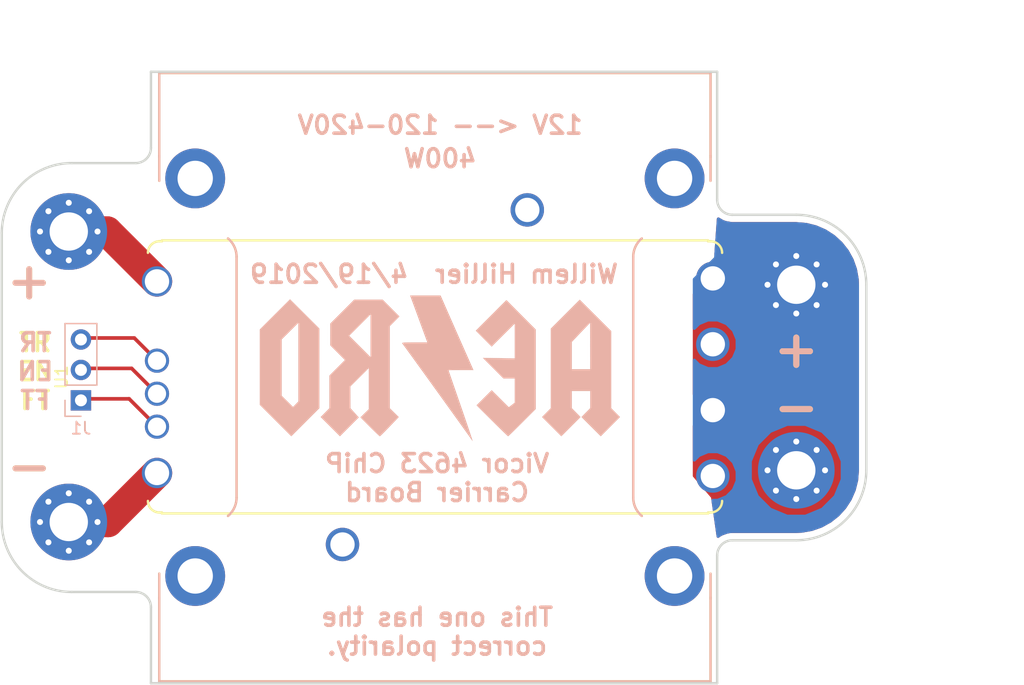
<source format=kicad_pcb>
(kicad_pcb (version 20171130) (host pcbnew 5.1.5-52549c5~84~ubuntu18.04.1)

  (general
    (thickness 1.6)
    (drawings 35)
    (tracks 10)
    (zones 0)
    (modules 7)
    (nets 8)
  )

  (page USLetter)
  (title_block
    (title "Vicor Socket")
    (date 4/20/2019)
    (rev A02.1)
    (company "UVM AERO")
    (comment 1 "Layout: Willem Hiller")
    (comment 2 "Schematic: Willem Hiller")
  )

  (layers
    (0 F.Cu signal)
    (31 B.Cu signal)
    (32 B.Adhes user)
    (33 F.Adhes user)
    (34 B.Paste user)
    (35 F.Paste user)
    (36 B.SilkS user)
    (37 F.SilkS user)
    (38 B.Mask user)
    (39 F.Mask user)
    (40 Dwgs.User user)
    (41 Cmts.User user)
    (42 Eco1.User user)
    (43 Eco2.User user)
    (44 Edge.Cuts user)
    (45 Margin user)
    (46 B.CrtYd user)
    (47 F.CrtYd user)
    (48 B.Fab user)
    (49 F.Fab user)
  )

  (setup
    (last_trace_width 0.3048)
    (trace_clearance 0.2032)
    (zone_clearance 0.508)
    (zone_45_only no)
    (trace_min 0.2)
    (via_size 0.8)
    (via_drill 0.4)
    (via_min_size 0.4)
    (via_min_drill 0.3)
    (uvia_size 0.3)
    (uvia_drill 0.1)
    (uvias_allowed no)
    (uvia_min_size 0.2)
    (uvia_min_drill 0.1)
    (edge_width 0.2)
    (segment_width 0.2)
    (pcb_text_width 0.3)
    (pcb_text_size 1.5 1.5)
    (mod_edge_width 0.15)
    (mod_text_size 1 1)
    (mod_text_width 0.15)
    (pad_size 6.4 6.4)
    (pad_drill 3.2)
    (pad_to_mask_clearance 0.2)
    (solder_mask_min_width 0.25)
    (aux_axis_origin 148.336 137.541)
    (grid_origin 148.336 137.541)
    (visible_elements 7FFFFFFF)
    (pcbplotparams
      (layerselection 0x300f0_ffffffff)
      (usegerberextensions true)
      (usegerberattributes false)
      (usegerberadvancedattributes false)
      (creategerberjobfile true)
      (excludeedgelayer true)
      (linewidth 0.100000)
      (plotframeref true)
      (viasonmask false)
      (mode 1)
      (useauxorigin true)
      (hpglpennumber 1)
      (hpglpenspeed 20)
      (hpglpendiameter 15.000000)
      (psnegative false)
      (psa4output false)
      (plotreference true)
      (plotvalue true)
      (plotinvisibletext false)
      (padsonsilk false)
      (subtractmaskfromsilk false)
      (outputformat 1)
      (mirror false)
      (drillshape 0)
      (scaleselection 1)
      (outputdirectory "gerbers/"))
  )

  (net 0 "")
  (net 1 "Net-(J1-Pad1)")
  (net 2 "Net-(J1-Pad2)")
  (net 3 "Net-(J1-Pad3)")
  (net 4 "Net-(J2-Pad1)")
  (net 5 "Net-(J3-Pad1)")
  (net 6 "Net-(J4-Pad1)")
  (net 7 "Net-(J5-Pad1)")

  (net_class Default "This is the default net class."
    (clearance 0.2032)
    (trace_width 0.3048)
    (via_dia 0.8)
    (via_drill 0.4)
    (uvia_dia 0.3)
    (uvia_drill 0.1)
    (add_net "Net-(J1-Pad1)")
    (add_net "Net-(J1-Pad2)")
    (add_net "Net-(J1-Pad3)")
    (add_net "Net-(J4-Pad1)")
    (add_net "Net-(J5-Pad1)")
  )

  (net_class HV ""
    (clearance 3.81)
    (trace_width 2.54)
    (via_dia 0.8)
    (via_drill 0.4)
    (uvia_dia 0.3)
    (uvia_drill 0.1)
    (add_net "Net-(J2-Pad1)")
    (add_net "Net-(J3-Pad1)")
  )

  (module AERO_FOOT:DCM4623TD2J13D0T70_w_landpattern (layer F.Cu) (tedit 5E716C1A) (tstamp 5E717B4E)
    (at 118.181 129.767001)
    (path /5C7EAE2A)
    (fp_text reference U1 (at -31.15 0 90) (layer F.SilkS)
      (effects (font (size 1 1) (thickness 0.15)))
    )
    (fp_text value DCM4623TD2J13D0T70-AEROParts (at -0.05 -2.05) (layer F.Fab)
      (effects (font (size 1 1) (thickness 0.15)))
    )
    (fp_line (start 23 -16.4) (end 23 -18.378) (layer F.SilkS) (width 0.2))
    (fp_line (start 23 -18.505) (end 23 -25.4) (layer F.SilkS) (width 0.2))
    (fp_arc (start -18.55 -10.055192) (end -16.55 -10.055192) (angle -50) (layer F.SilkS) (width 0.2))
    (fp_arc (start -18.55 10.055192) (end -17.264425 11.587281) (angle -50) (layer F.SilkS) (width 0.2))
    (fp_line (start -23 16.4) (end -23 18.378) (layer F.SilkS) (width 0.2))
    (fp_line (start -23 18.378) (end -23 18.505) (layer F.SilkS) (width 0.2))
    (fp_line (start -23 -18.378) (end -23 -16.4) (layer F.SilkS) (width 0.2))
    (fp_line (start -16.55 -10.055192) (end -16.55 10.055192) (layer F.SilkS) (width 0.2))
    (fp_arc (start 18.55 -10.055192) (end 17.264425 -11.587281) (angle -50) (layer F.SilkS) (width 0.2))
    (fp_line (start 23 -18.378) (end 23 -18.505) (layer F.SilkS) (width 0.2))
    (fp_line (start 23 -25.4) (end -23 -25.4) (layer F.SilkS) (width 0.2))
    (fp_line (start 23 18.505) (end 23 18.378) (layer F.SilkS) (width 0.2))
    (fp_line (start -23 18.505) (end -23 25.4) (layer F.SilkS) (width 0.2))
    (fp_line (start -23 25.4) (end 23 25.4) (layer F.SilkS) (width 0.2))
    (fp_arc (start 18.55 10.055192) (end 16.55 10.055192) (angle -50) (layer F.SilkS) (width 0.2))
    (fp_line (start -23 -25.4) (end -23 -18.505) (layer F.SilkS) (width 0.2))
    (fp_line (start 23 18.378) (end 23 16.4) (layer F.SilkS) (width 0.2))
    (fp_line (start 23 25.4) (end 23 18.505) (layer F.SilkS) (width 0.2))
    (fp_line (start -23 -18.505) (end -23 -18.378) (layer F.SilkS) (width 0.2))
    (fp_line (start 16.55 10.055192) (end 16.55 -10.055192) (layer F.SilkS) (width 0.2))
    (fp_line (start 23 -11.35) (end 22.7968 -11.35) (layer F.SilkS) (width 0.2))
    (fp_line (start -22.9814 11.2976) (end -22.7782 11.2976) (layer F.SilkS) (width 0.2))
    (fp_arc (start -22.9814 10.3324) (end -23.9466 10.3324) (angle -90) (layer F.SilkS) (width 0.2))
    (fp_line (start -22.9814 -11.35) (end -22.7782 -11.35) (layer F.SilkS) (width 0.2))
    (fp_arc (start 23 10.3324) (end 23 11.2976) (angle -90) (layer F.SilkS) (width 0.2))
    (fp_line (start 22.7968 -11.4262) (end 22.7968 -11.35) (layer F.SilkS) (width 0.2))
    (fp_line (start 23 11.2976) (end 22.7968 11.2976) (layer F.SilkS) (width 0.2))
    (fp_line (start -22.7782 11.3738) (end 22.7968 11.3738) (layer F.SilkS) (width 0.2))
    (fp_arc (start -22.9814 -10.3848) (end -22.9814 -11.35) (angle -90) (layer F.SilkS) (width 0.2))
    (fp_line (start 22.7968 -11.4262) (end -22.7782 -11.4262) (layer F.SilkS) (width 0.2))
    (fp_line (start 22.7968 11.3738) (end 22.7968 11.2976) (layer F.SilkS) (width 0.2))
    (fp_arc (start 23 -10.3848) (end 23.9652 -10.3848) (angle -90) (layer F.SilkS) (width 0.2))
    (fp_line (start -22.7782 11.2976) (end -22.7782 11.3738) (layer F.SilkS) (width 0.2))
    (fp_line (start -22.7782 -11.4262) (end -22.7782 -11.35) (layer F.SilkS) (width 0.2))
    (fp_line (start -23 25.4) (end 23 25.4) (layer B.SilkS) (width 0.2))
    (fp_line (start 23 -18.378) (end 23 -18.505) (layer B.SilkS) (width 0.2))
    (fp_line (start -23 -18.505) (end -23 -18.378) (layer B.SilkS) (width 0.2))
    (fp_line (start -16.55 -10.055192) (end -16.55 10.055192) (layer B.SilkS) (width 0.2))
    (fp_line (start 23 18.378) (end 23 16.4) (layer B.SilkS) (width 0.2))
    (fp_arc (start -18.55 -10.055192) (end -16.55 -10.055192) (angle -50) (layer B.SilkS) (width 0.2))
    (fp_line (start 23 18.505) (end 23 18.378) (layer B.SilkS) (width 0.2))
    (fp_line (start -23 -25.4) (end -23 -18.505) (layer B.SilkS) (width 0.2))
    (fp_line (start -23 16.4) (end -23 18.378) (layer B.SilkS) (width 0.2))
    (fp_arc (start 18.55 10.055192) (end 16.55 10.055192) (angle -50) (layer B.SilkS) (width 0.2))
    (fp_line (start -23 -18.378) (end -23 -16.4) (layer B.SilkS) (width 0.2))
    (fp_line (start 23 -25.4) (end -23 -25.4) (layer B.SilkS) (width 0.2))
    (fp_arc (start -18.55 10.055192) (end -17.264425 11.587281) (angle -50) (layer B.SilkS) (width 0.2))
    (fp_line (start -23 18.378) (end -23 18.505) (layer B.SilkS) (width 0.2))
    (fp_line (start 23 25.4) (end 23 18.505) (layer B.SilkS) (width 0.2))
    (fp_line (start 16.55 10.055192) (end 16.55 -10.055192) (layer B.SilkS) (width 0.2))
    (fp_arc (start 18.55 -10.055192) (end 17.264425 -11.587281) (angle -50) (layer B.SilkS) (width 0.2))
    (fp_line (start 23 -16.4) (end 23 -18.378) (layer B.SilkS) (width 0.2))
    (fp_line (start 23 -18.505) (end 23 -25.4) (layer B.SilkS) (width 0.2))
    (fp_line (start -23 18.505) (end -23 25.4) (layer B.SilkS) (width 0.2))
    (pad 14 thru_hole circle (at -20 16.6) (size 4.99 4.99) (drill 2.949999) (layers *.Cu *.Mask))
    (pad 12 thru_hole circle (at -20 -16.6) (size 4.99 4.99) (drill 2.949999) (layers *.Cu *.Mask))
    (pad 15 thru_hole circle (at 20 16.6) (size 4.99 4.99) (drill 2.949999) (layers *.Cu *.Mask))
    (pad 13 thru_hole circle (at 20 -16.6) (size 4.99 4.99) (drill 2.949999) (layers *.Cu *.Mask))
    (pad 10 thru_hole circle (at -7.71 13.97) (size 2.79 2.79) (drill 2.03) (layers *.Cu *.Mask))
    (pad 11 thru_hole circle (at 7.71 -13.97) (size 2.79 2.79) (drill 2.03) (layers *.Cu *.Mask))
    (pad "" np_thru_hole circle (at 16.47 13.97) (size 3.1 3.1) (drill 3.1) (layers *.Cu *.Mask))
    (pad "" np_thru_hole circle (at -16.47 13.97) (size 3.1 3.1) (drill 3.1) (layers *.Cu *.Mask))
    (pad "" np_thru_hole circle (at -16.47 -13.97) (size 3.099999 3.099999) (drill 3.099999) (layers *.Cu *.Mask))
    (pad "" np_thru_hole circle (at 16.47 -13.97) (size 3.1 3.1) (drill 3.1) (layers *.Cu *.Mask))
    (pad 9 thru_hole circle (at 23.19 -8.25) (size 2.79 2.79) (drill 2.03) (layers *.Cu *.Mask)
      (net 6 "Net-(J4-Pad1)"))
    (pad 8 thru_hole circle (at 23.19 -2.75) (size 2.79 2.79) (drill 2.03) (layers *.Cu *.Mask)
      (net 7 "Net-(J5-Pad1)"))
    (pad 7 thru_hole circle (at 23.19 2.75) (size 2.79 2.79) (drill 2.03) (layers *.Cu *.Mask)
      (net 6 "Net-(J4-Pad1)"))
    (pad 6 thru_hole circle (at 23.19 8.25) (size 2.79 2.79) (drill 2.03) (layers *.Cu *.Mask)
      (net 7 "Net-(J5-Pad1)"))
    (pad 4 thru_hole circle (at -23.19 4.13) (size 2.02 2.02) (drill 1.52) (layers *.Cu *.Mask)
      (net 1 "Net-(J1-Pad1)"))
    (pad 3 thru_hole circle (at -23.19 1.38) (size 2.02 2.02) (drill 1.52) (layers *.Cu *.Mask)
      (net 2 "Net-(J1-Pad2)"))
    (pad 2 thru_hole circle (at -23.19 -1.38) (size 2.02 2.02) (drill 1.52) (layers *.Cu *.Mask)
      (net 3 "Net-(J1-Pad3)"))
    (pad 5 thru_hole circle (at -23.19 8) (size 2.53 2.53) (drill 2.03) (layers *.Cu *.Mask)
      (net 5 "Net-(J3-Pad1)"))
    (pad 1 thru_hole circle (at -23.19 -8) (size 2.53 2.53) (drill 2.03) (layers *.Cu *.Mask)
      (net 4 "Net-(J2-Pad1)"))
    (model ${AERO_3D}/DCM_3d/DCM_full_asm.STEP
      (offset (xyz -30.49524 12.1158 -1.9558))
      (scale (xyz 1 1 1))
      (rotate (xyz 0 0 0))
    )
  )

  (module Connector_PinHeader_2.54mm:PinHeader_1x03_P2.54mm_Vertical (layer B.Cu) (tedit 59FED5CC) (tstamp 5E717CC1)
    (at 88.646 131.699)
    (descr "Through hole straight pin header, 1x03, 2.54mm pitch, single row")
    (tags "Through hole pin header THT 1x03 2.54mm single row")
    (path /5C7EB2B3)
    (fp_text reference J1 (at 0 2.33) (layer B.SilkS)
      (effects (font (size 1 1) (thickness 0.15)) (justify mirror))
    )
    (fp_text value Interface (at 0 -7.41) (layer B.Fab)
      (effects (font (size 1 1) (thickness 0.15)) (justify mirror))
    )
    (fp_text user %R (at 0 -2.54 -90) (layer B.Fab)
      (effects (font (size 1 1) (thickness 0.15)) (justify mirror))
    )
    (fp_line (start 1.8 1.8) (end -1.8 1.8) (layer B.CrtYd) (width 0.05))
    (fp_line (start 1.8 -6.85) (end 1.8 1.8) (layer B.CrtYd) (width 0.05))
    (fp_line (start -1.8 -6.85) (end 1.8 -6.85) (layer B.CrtYd) (width 0.05))
    (fp_line (start -1.8 1.8) (end -1.8 -6.85) (layer B.CrtYd) (width 0.05))
    (fp_line (start -1.33 1.33) (end 0 1.33) (layer B.SilkS) (width 0.12))
    (fp_line (start -1.33 0) (end -1.33 1.33) (layer B.SilkS) (width 0.12))
    (fp_line (start -1.33 -1.27) (end 1.33 -1.27) (layer B.SilkS) (width 0.12))
    (fp_line (start 1.33 -1.27) (end 1.33 -6.41) (layer B.SilkS) (width 0.12))
    (fp_line (start -1.33 -1.27) (end -1.33 -6.41) (layer B.SilkS) (width 0.12))
    (fp_line (start -1.33 -6.41) (end 1.33 -6.41) (layer B.SilkS) (width 0.12))
    (fp_line (start -1.27 0.635) (end -0.635 1.27) (layer B.Fab) (width 0.1))
    (fp_line (start -1.27 -6.35) (end -1.27 0.635) (layer B.Fab) (width 0.1))
    (fp_line (start 1.27 -6.35) (end -1.27 -6.35) (layer B.Fab) (width 0.1))
    (fp_line (start 1.27 1.27) (end 1.27 -6.35) (layer B.Fab) (width 0.1))
    (fp_line (start -0.635 1.27) (end 1.27 1.27) (layer B.Fab) (width 0.1))
    (pad 3 thru_hole oval (at 0 -5.08) (size 1.7 1.7) (drill 1) (layers *.Cu *.Mask)
      (net 3 "Net-(J1-Pad3)"))
    (pad 2 thru_hole oval (at 0 -2.54) (size 1.7 1.7) (drill 1) (layers *.Cu *.Mask)
      (net 2 "Net-(J1-Pad2)"))
    (pad 1 thru_hole rect (at 0 0) (size 1.7 1.7) (drill 1) (layers *.Cu *.Mask)
      (net 1 "Net-(J1-Pad1)"))
    (model ${AERO_3D}/0022057038.STEP
      (offset (xyz -4.3 -2.54 -4.77))
      (scale (xyz 1 1 1))
      (rotate (xyz 0 0 -90))
    )
  )

  (module MountingHole:MountingHole_3.2mm_M3_Pad_Via (layer F.Cu) (tedit 56DDBCCA) (tstamp 5E717D08)
    (at 87.63 117.602)
    (descr "Mounting Hole 3.2mm, M3")
    (tags "mounting hole 3.2mm m3")
    (path /5C7EAEF1)
    (attr virtual)
    (fp_text reference J2 (at 0 -4.2) (layer F.SilkS) hide
      (effects (font (size 1 1) (thickness 0.15)))
    )
    (fp_text value HV+ (at 0 4.2) (layer F.Fab)
      (effects (font (size 1 1) (thickness 0.15)))
    )
    (fp_circle (center 0 0) (end 3.45 0) (layer F.CrtYd) (width 0.05))
    (fp_circle (center 0 0) (end 3.2 0) (layer Cmts.User) (width 0.15))
    (fp_text user %R (at 0.3 0) (layer F.Fab)
      (effects (font (size 1 1) (thickness 0.15)))
    )
    (pad 1 thru_hole circle (at 1.697056 -1.697056) (size 0.8 0.8) (drill 0.5) (layers *.Cu *.Mask)
      (net 4 "Net-(J2-Pad1)"))
    (pad 1 thru_hole circle (at 0 -2.4) (size 0.8 0.8) (drill 0.5) (layers *.Cu *.Mask)
      (net 4 "Net-(J2-Pad1)"))
    (pad 1 thru_hole circle (at -1.697056 -1.697056) (size 0.8 0.8) (drill 0.5) (layers *.Cu *.Mask)
      (net 4 "Net-(J2-Pad1)"))
    (pad 1 thru_hole circle (at -2.4 0) (size 0.8 0.8) (drill 0.5) (layers *.Cu *.Mask)
      (net 4 "Net-(J2-Pad1)"))
    (pad 1 thru_hole circle (at -1.697056 1.697056) (size 0.8 0.8) (drill 0.5) (layers *.Cu *.Mask)
      (net 4 "Net-(J2-Pad1)"))
    (pad 1 thru_hole circle (at 0 2.4) (size 0.8 0.8) (drill 0.5) (layers *.Cu *.Mask)
      (net 4 "Net-(J2-Pad1)"))
    (pad 1 thru_hole circle (at 1.697056 1.697056) (size 0.8 0.8) (drill 0.5) (layers *.Cu *.Mask)
      (net 4 "Net-(J2-Pad1)"))
    (pad 1 thru_hole circle (at 2.4 0) (size 0.8 0.8) (drill 0.5) (layers *.Cu *.Mask)
      (net 4 "Net-(J2-Pad1)"))
    (pad 1 thru_hole circle (at 0 0) (size 6.4 6.4) (drill 3.2) (layers *.Cu *.Mask)
      (net 4 "Net-(J2-Pad1)"))
  )

  (module MountingHole:MountingHole_3.2mm_M3_Pad_Via (layer F.Cu) (tedit 56DDBCCA) (tstamp 5E717C81)
    (at 87.63 141.859)
    (descr "Mounting Hole 3.2mm, M3")
    (tags "mounting hole 3.2mm m3")
    (path /5C7EAF3F)
    (attr virtual)
    (fp_text reference J3 (at 0 -4.2) (layer F.SilkS) hide
      (effects (font (size 1 1) (thickness 0.15)))
    )
    (fp_text value HV- (at 0 4.2) (layer F.Fab)
      (effects (font (size 1 1) (thickness 0.15)))
    )
    (fp_circle (center 0 0) (end 3.45 0) (layer F.CrtYd) (width 0.05))
    (fp_circle (center 0 0) (end 3.2 0) (layer Cmts.User) (width 0.15))
    (fp_text user %R (at 0.3 0) (layer F.Fab)
      (effects (font (size 1 1) (thickness 0.15)))
    )
    (pad 1 thru_hole circle (at 1.697056 -1.697056) (size 0.8 0.8) (drill 0.5) (layers *.Cu *.Mask)
      (net 5 "Net-(J3-Pad1)"))
    (pad 1 thru_hole circle (at 0 -2.4) (size 0.8 0.8) (drill 0.5) (layers *.Cu *.Mask)
      (net 5 "Net-(J3-Pad1)"))
    (pad 1 thru_hole circle (at -1.697056 -1.697056) (size 0.8 0.8) (drill 0.5) (layers *.Cu *.Mask)
      (net 5 "Net-(J3-Pad1)"))
    (pad 1 thru_hole circle (at -2.4 0) (size 0.8 0.8) (drill 0.5) (layers *.Cu *.Mask)
      (net 5 "Net-(J3-Pad1)"))
    (pad 1 thru_hole circle (at -1.697056 1.697056) (size 0.8 0.8) (drill 0.5) (layers *.Cu *.Mask)
      (net 5 "Net-(J3-Pad1)"))
    (pad 1 thru_hole circle (at 0 2.4) (size 0.8 0.8) (drill 0.5) (layers *.Cu *.Mask)
      (net 5 "Net-(J3-Pad1)"))
    (pad 1 thru_hole circle (at 1.697056 1.697056) (size 0.8 0.8) (drill 0.5) (layers *.Cu *.Mask)
      (net 5 "Net-(J3-Pad1)"))
    (pad 1 thru_hole circle (at 2.4 0) (size 0.8 0.8) (drill 0.5) (layers *.Cu *.Mask)
      (net 5 "Net-(J3-Pad1)"))
    (pad 1 thru_hole circle (at 0 0) (size 6.4 6.4) (drill 3.2) (layers *.Cu *.Mask)
      (net 5 "Net-(J3-Pad1)"))
  )

  (module MountingHole:MountingHole_3.2mm_M3_Pad_Via (layer F.Cu) (tedit 56DDBCCA) (tstamp 5E717D6B)
    (at 148.336 122.047)
    (descr "Mounting Hole 3.2mm, M3")
    (tags "mounting hole 3.2mm m3")
    (path /5C7EAF57)
    (attr virtual)
    (fp_text reference J4 (at 0 -4.2) (layer F.SilkS) hide
      (effects (font (size 1 1) (thickness 0.15)))
    )
    (fp_text value 12V+ (at 0 4.2) (layer F.Fab)
      (effects (font (size 1 1) (thickness 0.15)))
    )
    (fp_circle (center 0 0) (end 3.45 0) (layer F.CrtYd) (width 0.05))
    (fp_circle (center 0 0) (end 3.2 0) (layer Cmts.User) (width 0.15))
    (fp_text user %R (at 0.3 0) (layer F.Fab)
      (effects (font (size 1 1) (thickness 0.15)))
    )
    (pad 1 thru_hole circle (at 1.697056 -1.697056) (size 0.8 0.8) (drill 0.5) (layers *.Cu *.Mask)
      (net 6 "Net-(J4-Pad1)"))
    (pad 1 thru_hole circle (at 0 -2.4) (size 0.8 0.8) (drill 0.5) (layers *.Cu *.Mask)
      (net 6 "Net-(J4-Pad1)"))
    (pad 1 thru_hole circle (at -1.697056 -1.697056) (size 0.8 0.8) (drill 0.5) (layers *.Cu *.Mask)
      (net 6 "Net-(J4-Pad1)"))
    (pad 1 thru_hole circle (at -2.4 0) (size 0.8 0.8) (drill 0.5) (layers *.Cu *.Mask)
      (net 6 "Net-(J4-Pad1)"))
    (pad 1 thru_hole circle (at -1.697056 1.697056) (size 0.8 0.8) (drill 0.5) (layers *.Cu *.Mask)
      (net 6 "Net-(J4-Pad1)"))
    (pad 1 thru_hole circle (at 0 2.4) (size 0.8 0.8) (drill 0.5) (layers *.Cu *.Mask)
      (net 6 "Net-(J4-Pad1)"))
    (pad 1 thru_hole circle (at 1.697056 1.697056) (size 0.8 0.8) (drill 0.5) (layers *.Cu *.Mask)
      (net 6 "Net-(J4-Pad1)"))
    (pad 1 thru_hole circle (at 2.4 0) (size 0.8 0.8) (drill 0.5) (layers *.Cu *.Mask)
      (net 6 "Net-(J4-Pad1)"))
    (pad 1 thru_hole circle (at 0 0) (size 6.4 6.4) (drill 3.2) (layers *.Cu *.Mask)
      (net 6 "Net-(J4-Pad1)"))
  )

  (module MountingHole:MountingHole_3.2mm_M3_Pad_Via (layer F.Cu) (tedit 56DDBCCA) (tstamp 5E717D35)
    (at 148.336 137.541)
    (descr "Mounting Hole 3.2mm, M3")
    (tags "mounting hole 3.2mm m3")
    (path /5C7EAFA7)
    (attr virtual)
    (fp_text reference J5 (at 0 -4.2) (layer F.SilkS) hide
      (effects (font (size 1 1) (thickness 0.15)))
    )
    (fp_text value 12V- (at 0 4.2) (layer F.Fab)
      (effects (font (size 1 1) (thickness 0.15)))
    )
    (fp_circle (center 0 0) (end 3.45 0) (layer F.CrtYd) (width 0.05))
    (fp_circle (center 0 0) (end 3.2 0) (layer Cmts.User) (width 0.15))
    (fp_text user %R (at 0.3 0) (layer F.Fab)
      (effects (font (size 1 1) (thickness 0.15)))
    )
    (pad 1 thru_hole circle (at 1.697056 -1.697056) (size 0.8 0.8) (drill 0.5) (layers *.Cu *.Mask)
      (net 7 "Net-(J5-Pad1)"))
    (pad 1 thru_hole circle (at 0 -2.4) (size 0.8 0.8) (drill 0.5) (layers *.Cu *.Mask)
      (net 7 "Net-(J5-Pad1)"))
    (pad 1 thru_hole circle (at -1.697056 -1.697056) (size 0.8 0.8) (drill 0.5) (layers *.Cu *.Mask)
      (net 7 "Net-(J5-Pad1)"))
    (pad 1 thru_hole circle (at -2.4 0) (size 0.8 0.8) (drill 0.5) (layers *.Cu *.Mask)
      (net 7 "Net-(J5-Pad1)"))
    (pad 1 thru_hole circle (at -1.697056 1.697056) (size 0.8 0.8) (drill 0.5) (layers *.Cu *.Mask)
      (net 7 "Net-(J5-Pad1)"))
    (pad 1 thru_hole circle (at 0 2.4) (size 0.8 0.8) (drill 0.5) (layers *.Cu *.Mask)
      (net 7 "Net-(J5-Pad1)"))
    (pad 1 thru_hole circle (at 1.697056 1.697056) (size 0.8 0.8) (drill 0.5) (layers *.Cu *.Mask)
      (net 7 "Net-(J5-Pad1)"))
    (pad 1 thru_hole circle (at 2.4 0) (size 0.8 0.8) (drill 0.5) (layers *.Cu *.Mask)
      (net 7 "Net-(J5-Pad1)"))
    (pad 1 thru_hole circle (at 0 0) (size 6.4 6.4) (drill 3.2) (layers *.Cu *.Mask)
      (net 7 "Net-(J5-Pad1)"))
  )

  (module AERO_Logos:AERO_Logo_30x12mm (layer B.Cu) (tedit 0) (tstamp 5E717DB8)
    (at 118.618 129.032 180)
    (fp_text reference G*** (at 0 0 180) (layer B.SilkS) hide
      (effects (font (size 1.524 1.524) (thickness 0.3)) (justify mirror))
    )
    (fp_text value LOGO (at 0.75 0 180) (layer B.SilkS) hide
      (effects (font (size 1.524 1.524) (thickness 0.3)) (justify mirror))
    )
    (fp_poly (pts (xy 13.784584 4.513213) (xy 15.044077 3.255177) (xy 15.044077 -3.045183) (xy 12.418665 -5.667867)
      (xy 10.076033 -3.322191) (xy 10.076033 -2.757249) (xy 11.825345 -2.757249) (xy 12.274603 -3.220767)
      (xy 12.749699 -2.749312) (xy 13.224794 -2.277858) (xy 13.224794 2.416675) (xy 12.525069 3.113774)
      (xy 11.825345 3.810873) (xy 11.825345 -2.757249) (xy 10.076033 -2.757249) (xy 10.076033 3.325191)
      (xy 11.300562 4.54822) (xy 12.52509 5.771249) (xy 13.784584 4.513213)) (layer B.SilkS) (width 0.01))
    (fp_poly (pts (xy 9.166391 3.741775) (xy 9.166391 1.927011) (xy 8.555553 1.313329) (xy 7.944714 0.699647)
      (xy 9.236364 -0.597395) (xy 9.236364 -3.319291) (xy 9.602332 -3.689862) (xy 9.968299 -4.060433)
      (xy 8.360193 -5.668539) (xy 7.575409 -4.880963) (xy 6.790624 -4.093388) (xy 7.135809 -3.70854)
      (xy 7.480994 -3.323691) (xy 7.484023 -2.412856) (xy 7.487053 -1.502021) (xy 6.717356 -0.734711)
      (xy 5.947659 0.0326) (xy 5.947659 -3.398925) (xy 6.298293 -3.744287) (xy 6.648928 -4.089649)
      (xy 5.862107 -4.878709) (xy 5.592358 -5.146519) (xy 5.356687 -5.375385) (xy 5.172792 -5.548524)
      (xy 5.058369 -5.649153) (xy 5.030046 -5.667768) (xy 4.968756 -5.619715) (xy 4.828852 -5.487007)
      (xy 4.627713 -5.286823) (xy 4.382717 -5.036342) (xy 4.219021 -4.866048) (xy 3.453237 -4.064327)
      (xy 3.825792 -3.696399) (xy 4.198347 -3.328472) (xy 4.198347 0.945314) (xy 5.807714 0.945314)
      (xy 6.699519 1.83712) (xy 7.591325 2.728926) (xy 5.807714 4.512537) (xy 5.807714 0.945314)
      (xy 4.198347 0.945314) (xy 4.198347 3.529551) (xy 3.797759 3.934364) (xy 3.39717 4.339176)
      (xy 4.093829 5.038459) (xy 4.790488 5.737741) (xy 7.173987 5.737741) (xy 9.166391 3.741775)) (layer B.SilkS) (width 0.01))
    (fp_poly (pts (xy -4.253727 4.428642) (xy -2.975921 3.149435) (xy -3.638469 2.484121) (xy -4.301016 1.818807)
      (xy -5.264282 2.780229) (xy -6.227548 3.741652) (xy -6.227548 0.833818) (xy -4.898925 0.854237)
      (xy -3.570301 0.874656) (xy -4.425561 0.017493) (xy -5.28082 -0.839669) (xy -6.227548 -0.839669)
      (xy -6.227548 -2.861748) (xy -5.978133 -3.051987) (xy -5.728717 -3.242225) (xy -5.015178 -2.531115)
      (xy -4.301639 -1.820004) (xy -3.670394 -2.45125) (xy -3.039149 -3.082495) (xy -4.338309 -4.375132)
      (xy -4.68732 -4.721173) (xy -5.003416 -5.032249) (xy -5.273229 -5.295394) (xy -5.483391 -5.497642)
      (xy -5.620535 -5.626024) (xy -5.670907 -5.667768) (xy -5.727729 -5.62041) (xy -5.868829 -5.4876)
      (xy -6.079922 -5.283232) (xy -6.346722 -5.021203) (xy -6.654947 -4.715408) (xy -6.840602 -4.529944)
      (xy -7.976859 -3.392119) (xy -7.976859 3.248793) (xy -6.754196 4.478321) (xy -5.531532 5.70785)
      (xy -4.253727 4.428642)) (layer B.SilkS) (width 0.01))
    (fp_poly (pts (xy -10.442677 4.530025) (xy -9.236363 3.322233) (xy -9.236363 -3.319291) (xy -8.870396 -3.689862)
      (xy -8.504428 -4.060433) (xy -10.112534 -5.668539) (xy -10.914691 -4.8641) (xy -11.716848 -4.05966)
      (xy -11.351261 -3.689476) (xy -10.985675 -3.319291) (xy -10.985675 -1.889256) (xy -12.525069 -1.889256)
      (xy -12.525069 -3.319291) (xy -11.793133 -4.060433) (xy -13.401239 -5.668539) (xy -14.203396 -4.8641)
      (xy -15.005552 -4.05966) (xy -14.639967 -3.689476) (xy -14.27438 -3.319291) (xy -14.27438 -0.069972)
      (xy -12.525069 -0.069972) (xy -10.985675 -0.069972) (xy -10.985675 2.208021) (xy -11.751826 3.01076)
      (xy -12.517978 3.813499) (xy -12.521523 1.871763) (xy -12.525069 -0.069972) (xy -14.27438 -0.069972)
      (xy -14.27438 3.115156) (xy -11.64899 5.737818) (xy -10.442677 4.530025)) (layer B.SilkS) (width 0.01))
    (fp_poly (pts (xy 1.784298 4.128375) (xy 1.065881 2.169146) (xy 2.153152 2.169146) (xy 2.563284 2.168309)
      (xy 2.851664 2.164279) (xy 3.036483 2.154779) (xy 3.135931 2.137532) (xy 3.1682 2.110262)
      (xy 3.151478 2.070692) (xy 3.131422 2.046694) (xy 3.075417 1.973054) (xy 2.94599 1.796926)
      (xy 2.751244 1.52957) (xy 2.49928 1.182246) (xy 2.1982 0.766214) (xy 1.856104 0.292735)
      (xy 1.481095 -0.226932) (xy 1.081273 -0.781526) (xy 0.664741 -1.359786) (xy 0.2396 -1.950454)
      (xy -0.186049 -2.542268) (xy -0.604105 -3.123969) (xy -1.006465 -3.684296) (xy -1.385029 -4.21199)
      (xy -1.731694 -4.695789) (xy -2.038361 -5.124434) (xy -2.296926 -5.486665) (xy -2.499289 -5.771222)
      (xy -2.637347 -5.966844) (xy -2.703001 -6.062271) (xy -2.704439 -6.064529) (xy -2.698913 -6.027348)
      (xy -2.651382 -5.870418) (xy -2.565978 -5.606112) (xy -2.446833 -5.246803) (xy -2.298082 -4.804862)
      (xy -2.123856 -4.292663) (xy -1.928289 -3.722576) (xy -1.742317 -3.184283) (xy -1.528551 -2.567101)
      (xy -1.329537 -1.99177) (xy -1.14983 -1.471513) (xy -0.993987 -1.019555) (xy -0.866563 -0.64912)
      (xy -0.772115 -0.373432) (xy -0.715198 -0.205716) (xy -0.699724 -0.157974) (xy -0.765646 -0.151672)
      (xy -0.947211 -0.146331) (xy -1.220118 -0.142372) (xy -1.560067 -0.140215) (xy -1.739571 -0.139945)
      (xy -2.779418 -0.139945) (xy -1.997897 1.62686) (xy -1.750811 2.185994) (xy -1.484134 2.79039)
      (xy -1.214579 3.402107) (xy -0.958861 3.983201) (xy -0.733692 4.495731) (xy -0.626304 4.740634)
      (xy -0.036233 6.087603) (xy 2.502714 6.087603) (xy 1.784298 4.128375)) (layer B.SilkS) (width 0.01))
  )

  (gr_text "This one has the\ncorrect polarity." (at 118.364 151.003) (layer B.SilkS) (tstamp 5E717D96)
    (effects (font (size 1.5 1.5) (thickness 0.3)) (justify mirror))
  )
  (dimension 51.308 (width 0.3) (layer Eco1.User) (tstamp 5E717CF5)
    (gr_text "51.308 mm" (at 165.422 129.667 270) (layer Eco1.User) (tstamp 5E717CF5)
      (effects (font (size 1.5 1.5) (thickness 0.3)))
    )
    (feature1 (pts (xy 149.098 155.321) (xy 163.908421 155.321)))
    (feature2 (pts (xy 149.098 104.013) (xy 163.908421 104.013)))
    (crossbar (pts (xy 163.322 104.013) (xy 163.322 155.321)))
    (arrow1a (pts (xy 163.322 155.321) (xy 162.735579 154.194496)))
    (arrow1b (pts (xy 163.322 155.321) (xy 163.908421 154.194496)))
    (arrow2a (pts (xy 163.322 104.013) (xy 162.735579 105.139504)))
    (arrow2b (pts (xy 163.322 104.013) (xy 163.908421 105.139504)))
  )
  (dimension 72.136 (width 0.3) (layer Eco1.User) (tstamp 5E717DA6)
    (gr_text "72.136 mm" (at 118.11 99.373) (layer Eco1.User) (tstamp 5E717DA6)
      (effects (font (size 1.5 1.5) (thickness 0.3)))
    )
    (feature1 (pts (xy 154.178 116.205) (xy 154.178 100.886579)))
    (feature2 (pts (xy 82.042 116.205) (xy 82.042 100.886579)))
    (crossbar (pts (xy 82.042 101.473) (xy 154.178 101.473)))
    (arrow1a (pts (xy 154.178 101.473) (xy 153.051496 102.059421)))
    (arrow1b (pts (xy 154.178 101.473) (xy 153.051496 100.886579)))
    (arrow2a (pts (xy 82.042 101.473) (xy 83.168504 102.059421)))
    (arrow2b (pts (xy 82.042 101.473) (xy 83.168504 100.886579)))
  )
  (gr_arc (start 143.002 114.935) (end 141.732 114.935) (angle -90) (layer Edge.Cuts) (width 0.2) (tstamp 5E717AA8))
  (gr_arc (start 143.002 144.653) (end 143.002 143.383) (angle -90) (layer Edge.Cuts) (width 0.2) (tstamp 5E717AC0))
  (gr_arc (start 93.218 148.971) (end 94.488 148.971) (angle -90) (layer Edge.Cuts) (width 0.2) (tstamp 5E717C61))
  (gr_arc (start 93.218 110.617) (end 93.218 111.887) (angle -90) (layer Edge.Cuts) (width 0.2) (tstamp 5E717ABD))
  (gr_text "TR\nEN\nFT" (at 84.836 129.286) (layer B.SilkS) (tstamp 5E717AB4)
    (effects (font (size 1.5 1.5) (thickness 0.3)) (justify mirror))
  )
  (gr_text - (at 84.328 137.16) (layer B.SilkS) (tstamp 5E717CA0)
    (effects (font (size 3 3) (thickness 0.5)) (justify mirror))
  )
  (gr_text + (at 84.328 121.666) (layer B.SilkS) (tstamp 5E717AAE)
    (effects (font (size 3 3) (thickness 0.5)) (justify mirror))
  )
  (gr_text - (at 84.328 137.16) (layer F.SilkS) (tstamp 5E717AC6)
    (effects (font (size 3 3) (thickness 0.5)))
  )
  (gr_text + (at 84.328 121.666) (layer F.SilkS) (tstamp 5E717ABA)
    (effects (font (size 3 3) (thickness 0.5)))
  )
  (gr_text "TR\nEN\nFT" (at 84.836 129.286) (layer F.SilkS) (tstamp 5E717DD8)
    (effects (font (size 1.5 1.5) (thickness 0.3)))
  )
  (gr_text "+\n-" (at 148.336 129.794) (layer F.SilkS) (tstamp 5E717DDB)
    (effects (font (size 3 3) (thickness 0.5)))
  )
  (gr_text "+\n-" (at 148.336 129.794) (layer B.SilkS) (tstamp 5E717DDE)
    (effects (font (size 3 3) (thickness 0.5)) (justify mirror))
  )
  (gr_text 400W (at 118.618 111.506) (layer B.SilkS) (tstamp 5E717DCF)
    (effects (font (size 1.5 1.5) (thickness 0.3)) (justify mirror))
  )
  (gr_text "12V <-- 120-420V" (at 118.618 108.712) (layer B.SilkS) (tstamp 5E717C5E)
    (effects (font (size 1.5 1.5) (thickness 0.3)) (justify mirror))
  )
  (gr_text "Willem Hillier  4/19/2019" (at 118.11 121.158) (layer B.SilkS) (tstamp 5E717D8A)
    (effects (font (size 1.5 1.5) (thickness 0.3)) (justify mirror))
  )
  (gr_text "Vicor 4623 ChiP\nCarrier Board" (at 118.364 138.176) (layer B.SilkS) (tstamp 5E717D93)
    (effects (font (size 1.5 1.5) (thickness 0.3)) (justify mirror))
  )
  (gr_line (start 93.218 147.701) (end 87.884 147.701) (layer Edge.Cuts) (width 0.2) (tstamp 5E717AAB))
  (gr_line (start 94.488 148.971) (end 94.488 155.321) (layer Edge.Cuts) (width 0.2) (tstamp 5E717D99))
  (gr_line (start 93.218 111.887) (end 87.884 111.887) (layer Edge.Cuts) (width 0.2) (tstamp 5E717AB1))
  (gr_line (start 82.042 141.859) (end 82.042 117.729) (layer Edge.Cuts) (width 0.2) (tstamp 5E717D9F))
  (gr_arc (start 87.884 117.729) (end 87.884 111.887) (angle -90) (layer Edge.Cuts) (width 0.2) (tstamp 5E717DCC))
  (gr_arc (start 87.884 141.859) (end 82.042 141.859) (angle -90) (layer Edge.Cuts) (width 0.2) (tstamp 5E717CEE))
  (gr_line (start 94.488 104.267) (end 94.488 110.617) (layer Edge.Cuts) (width 0.2) (tstamp 5E717D54))
  (gr_arc (start 148.336 137.541) (end 148.336 143.383) (angle -90) (layer Edge.Cuts) (width 0.2) (tstamp 5E717C67))
  (gr_arc (start 148.336 122.047) (end 154.178 122.047) (angle -90) (layer Edge.Cuts) (width 0.2) (tstamp 5E717CA3))
  (gr_line (start 154.178 122.047) (end 154.178 137.541) (layer Edge.Cuts) (width 0.2) (tstamp 5E717CA6))
  (gr_line (start 143.002 143.383) (end 148.336 143.383) (layer Edge.Cuts) (width 0.2) (tstamp 5E717DAB))
  (gr_line (start 141.732 144.653) (end 141.732 155.321) (layer Edge.Cuts) (width 0.2) (tstamp 5E717D9C))
  (gr_line (start 94.488 155.321) (end 141.732 155.321) (layer Edge.Cuts) (width 0.2) (tstamp 5E717D90))
  (gr_line (start 143.002 116.205) (end 148.336 116.205) (layer Edge.Cuts) (width 0.2) (tstamp 5E717DA2))
  (gr_line (start 141.732 104.267) (end 141.732 114.935) (layer Edge.Cuts) (width 0.2) (tstamp 5E717D57))
  (gr_line (start 94.488 104.267) (end 141.732 104.267) (layer Edge.Cuts) (width 0.2) (tstamp 5E717D8D))

  (segment (start 92.665999 131.572) (end 95.25 134.156001) (width 0.3048) (layer F.Cu) (net 1) (tstamp 5E717AC3))
  (segment (start 88.9 131.572) (end 92.665999 131.572) (width 0.3048) (layer F.Cu) (net 1) (tstamp 5E717AB7))
  (segment (start 92.875999 129.032) (end 94.991 131.147001) (width 0.3048) (layer F.Cu) (net 2) (tstamp 5E717DD5))
  (segment (start 88.9 129.032) (end 92.875999 129.032) (width 0.3048) (layer F.Cu) (net 2) (tstamp 5E717C6A))
  (segment (start 93.095999 126.492) (end 94.991 128.387001) (width 0.3048) (layer F.Cu) (net 3) (tstamp 5E717CA9))
  (segment (start 88.9 126.492) (end 93.095999 126.492) (width 0.3048) (layer F.Cu) (net 3) (tstamp 5E717D5A))
  (segment (start 90.825999 117.602) (end 94.991 121.767001) (width 2.54) (layer F.Cu) (net 4) (tstamp 5E717C70))
  (segment (start 87.63 117.602) (end 90.825999 117.602) (width 2.54) (layer F.Cu) (net 4) (tstamp 5E717DAE))
  (segment (start 90.899001 141.859) (end 94.991 137.767001) (width 2.54) (layer F.Cu) (net 5) (tstamp 5E717C5B))
  (segment (start 87.63 141.859) (end 90.899001 141.859) (width 2.54) (layer F.Cu) (net 5) (tstamp 5E717DC9))

  (zone (net 7) (net_name "Net-(J5-Pad1)") (layer F.Cu) (tstamp 5E7182B1) (hatch edge 0.508)
    (connect_pads yes (clearance 0.508))
    (min_thickness 0.254)
    (fill yes (arc_segments 16) (thermal_gap 0.508) (thermal_bridge_width 0.508))
    (polygon
      (pts
        (xy 139.7 121.539) (xy 141.478 119.761) (xy 141.732 116.205) (xy 154.178 116.205) (xy 154.178 143.383)
        (xy 141.732 143.383) (xy 141.224 139.827) (xy 139.7 138.049)
      )
    )
    (filled_polygon
      (pts
        (xy 142.200132 116.764938) (xy 142.200133 116.764939) (xy 142.200134 116.764939) (xy 142.440003 116.852244) (xy 142.866506 116.927447)
        (xy 142.929612 116.94) (xy 148.305832 116.94) (xy 149.169698 117.011021) (xy 149.981014 117.21481) (xy 150.748144 117.548368)
        (xy 151.450498 118.002741) (xy 152.06921 118.565727) (xy 152.587663 119.222202) (xy 152.991934 119.954537) (xy 153.271169 120.743073)
        (xy 153.420128 121.579322) (xy 153.443 122.06432) (xy 153.443001 137.510819) (xy 153.371977 138.374701) (xy 153.16819 139.186014)
        (xy 152.834633 139.953142) (xy 152.380259 140.655498) (xy 151.817276 141.274207) (xy 151.1608 141.792662) (xy 150.428463 142.196934)
        (xy 149.639927 142.476169) (xy 148.803678 142.625128) (xy 148.31868 142.648) (xy 142.929612 142.648) (xy 142.89797 142.654294)
        (xy 142.717408 142.670091) (xy 142.624654 142.694944) (xy 142.530082 142.71162) (xy 142.115615 142.862474) (xy 141.894551 142.990106)
        (xy 141.813837 143.057833) (xy 141.349724 139.809039) (xy 141.320426 139.744349) (xy 139.827 138.002019) (xy 139.827 133.843855)
        (xy 140.221097 134.237952) (xy 140.967208 134.547001) (xy 141.774792 134.547001) (xy 142.520903 134.237952) (xy 143.091951 133.666904)
        (xy 143.401 132.920793) (xy 143.401 132.113209) (xy 143.091951 131.367098) (xy 142.520903 130.79605) (xy 141.774792 130.487001)
        (xy 140.967208 130.487001) (xy 140.221097 130.79605) (xy 139.827 131.190147) (xy 139.827 122.843855) (xy 140.221097 123.237952)
        (xy 140.967208 123.547001) (xy 141.774792 123.547001) (xy 142.520903 123.237952) (xy 143.091951 122.666904) (xy 143.401 121.920793)
        (xy 143.401 121.284171) (xy 144.501 121.284171) (xy 144.501 122.809829) (xy 145.084844 124.219353) (xy 146.163647 125.298156)
        (xy 147.573171 125.882) (xy 149.098829 125.882) (xy 150.508353 125.298156) (xy 151.587156 124.219353) (xy 152.171 122.809829)
        (xy 152.171 121.284171) (xy 151.587156 119.874647) (xy 150.508353 118.795844) (xy 149.098829 118.212) (xy 147.573171 118.212)
        (xy 146.163647 118.795844) (xy 145.084844 119.874647) (xy 144.501 121.284171) (xy 143.401 121.284171) (xy 143.401 121.113209)
        (xy 143.091951 120.367098) (xy 142.520903 119.79605) (xy 141.774792 119.487001) (xy 141.624895 119.487001) (xy 141.83441 116.553787)
      )
    )
  )
  (zone (net 6) (net_name "Net-(J4-Pad1)") (layer B.Cu) (tstamp 5E7182AE) (hatch edge 0.508)
    (connect_pads yes (clearance 0.508))
    (min_thickness 0.254)
    (fill yes (arc_segments 16) (thermal_gap 0.508) (thermal_bridge_width 0.508))
    (polygon
      (pts
        (xy 139.7 121.539) (xy 141.478 119.761) (xy 141.732 116.205) (xy 154.178 116.205) (xy 154.178 143.383)
        (xy 141.732 143.383) (xy 141.224 139.827) (xy 139.7 138.049)
      )
    )
    (filled_polygon
      (pts
        (xy 142.200132 116.764938) (xy 142.200133 116.764939) (xy 142.200134 116.764939) (xy 142.440003 116.852244) (xy 142.866506 116.927447)
        (xy 142.929612 116.94) (xy 148.305832 116.94) (xy 149.169698 117.011021) (xy 149.981014 117.21481) (xy 150.748144 117.548368)
        (xy 151.450498 118.002741) (xy 152.06921 118.565727) (xy 152.587663 119.222202) (xy 152.991934 119.954537) (xy 153.271169 120.743073)
        (xy 153.420128 121.579322) (xy 153.443 122.06432) (xy 153.443001 137.510819) (xy 153.371977 138.374701) (xy 153.16819 139.186014)
        (xy 152.834633 139.953142) (xy 152.380259 140.655498) (xy 151.817276 141.274207) (xy 151.1608 141.792662) (xy 150.428463 142.196934)
        (xy 149.639927 142.476169) (xy 148.803678 142.625128) (xy 148.31868 142.648) (xy 142.929612 142.648) (xy 142.89797 142.654294)
        (xy 142.717408 142.670091) (xy 142.624654 142.694944) (xy 142.530082 142.71162) (xy 142.115615 142.862474) (xy 141.894551 142.990106)
        (xy 141.813837 143.057833) (xy 141.383719 140.047001) (xy 141.774792 140.047001) (xy 142.520903 139.737952) (xy 143.091951 139.166904)
        (xy 143.401 138.420793) (xy 143.401 137.613209) (xy 143.091951 136.867098) (xy 143.003024 136.778171) (xy 144.501 136.778171)
        (xy 144.501 138.303829) (xy 145.084844 139.713353) (xy 146.163647 140.792156) (xy 147.573171 141.376) (xy 149.098829 141.376)
        (xy 150.508353 140.792156) (xy 151.587156 139.713353) (xy 152.171 138.303829) (xy 152.171 136.778171) (xy 151.587156 135.368647)
        (xy 150.508353 134.289844) (xy 149.098829 133.706) (xy 147.573171 133.706) (xy 146.163647 134.289844) (xy 145.084844 135.368647)
        (xy 144.501 136.778171) (xy 143.003024 136.778171) (xy 142.520903 136.29605) (xy 141.774792 135.987001) (xy 140.967208 135.987001)
        (xy 140.221097 136.29605) (xy 139.827 136.690147) (xy 139.827 128.343855) (xy 140.221097 128.737952) (xy 140.967208 129.047001)
        (xy 141.774792 129.047001) (xy 142.520903 128.737952) (xy 143.091951 128.166904) (xy 143.401 127.420793) (xy 143.401 126.613209)
        (xy 143.091951 125.867098) (xy 142.520903 125.29605) (xy 141.774792 124.987001) (xy 140.967208 124.987001) (xy 140.221097 125.29605)
        (xy 139.827 125.690147) (xy 139.827 121.591606) (xy 141.567803 119.850803) (xy 141.595333 119.809601) (xy 141.604677 119.770048)
        (xy 141.83441 116.553787)
      )
    )
  )
  (zone (net 0) (net_name "") (layer F.Mask) (tstamp 5E7182AB) (hatch edge 0.508)
    (connect_pads (clearance 0.508))
    (min_thickness 0.254)
    (fill yes (arc_segments 16) (thermal_gap 0.508) (thermal_bridge_width 0.508))
    (polygon
      (pts
        (xy 141.224 139.573) (xy 144.526 139.573) (xy 144.526 136.525) (xy 141.224 136.525)
      )
    )
    (filled_polygon
      (pts
        (xy 144.399 139.446) (xy 141.351 139.446) (xy 141.351 136.652) (xy 144.399 136.652)
      )
    )
  )
  (zone (net 0) (net_name "") (layer F.Mask) (tstamp 5E7182A8) (hatch edge 0.508)
    (connect_pads (clearance 0.508))
    (min_thickness 0.254)
    (fill yes (arc_segments 16) (thermal_gap 0.508) (thermal_bridge_width 0.508))
    (polygon
      (pts
        (xy 141.478 128.651) (xy 143.51 129.921) (xy 146.558 133.858) (xy 149.098 133.604) (xy 144.272 127.381)
        (xy 141.986 125.603)
      )
    )
    (filled_polygon
      (pts
        (xy 144.181425 127.471444) (xy 148.856994 133.500467) (xy 146.615359 133.72463) (xy 143.610422 129.843254) (xy 143.57731 129.813304)
        (xy 141.617211 128.588242) (xy 142.076239 125.834077)
      )
    )
  )
  (zone (net 0) (net_name "") (layer B.Mask) (tstamp 5E7182A5) (hatch edge 0.508)
    (connect_pads (clearance 0.508))
    (min_thickness 0.254)
    (fill yes (arc_segments 16) (thermal_gap 0.508) (thermal_bridge_width 0.508))
    (polygon
      (pts
        (xy 141.478 123.063) (xy 144.526 123.063) (xy 144.526 120.015) (xy 141.224 120.015)
      )
    )
    (filled_polygon
      (pts
        (xy 144.399 122.936) (xy 141.594857 122.936) (xy 141.362023 120.142) (xy 144.399 120.142)
      )
    )
  )
  (zone (net 0) (net_name "") (layer B.Mask) (tstamp 5E7182A2) (hatch edge 0.508)
    (connect_pads (clearance 0.508))
    (min_thickness 0.254)
    (fill yes (arc_segments 16) (thermal_gap 0.508) (thermal_bridge_width 0.508))
    (polygon
      (pts
        (xy 141.986 133.985) (xy 147.066 130.683) (xy 149.86 125.857) (xy 146.558 125.603) (xy 144.272 129.159)
        (xy 141.224 130.937)
      )
    )
    (filled_polygon
      (pts
        (xy 149.648909 125.968137) (xy 146.971313 130.593075) (xy 142.066035 133.781506) (xy 141.370326 130.998672) (xy 144.335992 129.2687)
        (xy 144.37883 129.227676) (xy 146.623839 125.73544)
      )
    )
  )
)

</source>
